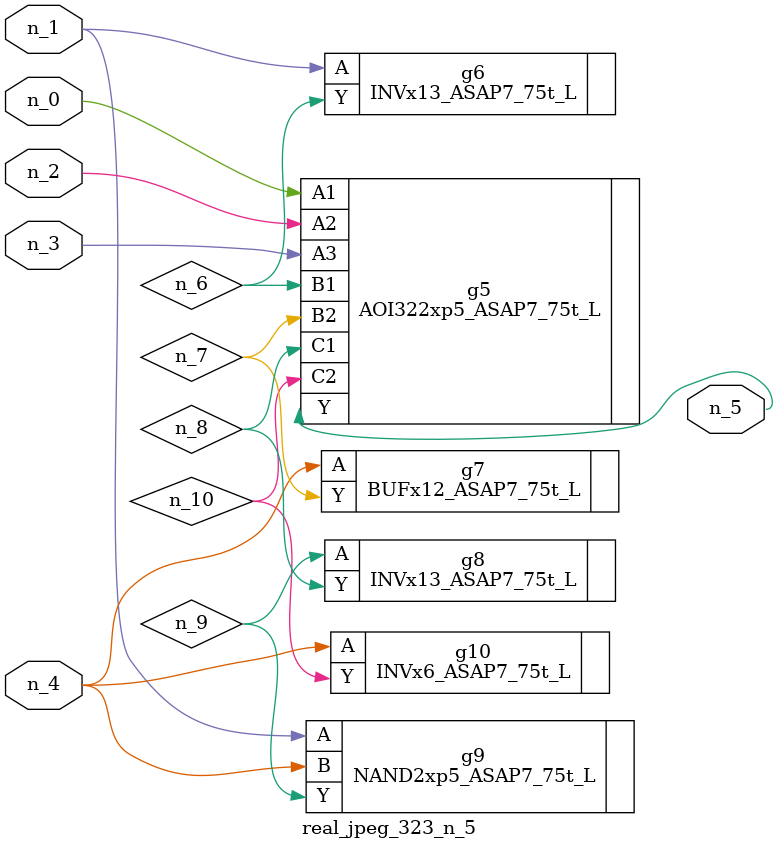
<source format=v>
module real_jpeg_323_n_5 (n_4, n_0, n_1, n_2, n_3, n_5);

input n_4;
input n_0;
input n_1;
input n_2;
input n_3;

output n_5;

wire n_8;
wire n_6;
wire n_7;
wire n_10;
wire n_9;

AOI322xp5_ASAP7_75t_L g5 ( 
.A1(n_0),
.A2(n_2),
.A3(n_3),
.B1(n_6),
.B2(n_7),
.C1(n_8),
.C2(n_10),
.Y(n_5)
);

INVx13_ASAP7_75t_L g6 ( 
.A(n_1),
.Y(n_6)
);

NAND2xp5_ASAP7_75t_L g9 ( 
.A(n_1),
.B(n_4),
.Y(n_9)
);

BUFx12_ASAP7_75t_L g7 ( 
.A(n_4),
.Y(n_7)
);

INVx6_ASAP7_75t_L g10 ( 
.A(n_4),
.Y(n_10)
);

INVx13_ASAP7_75t_L g8 ( 
.A(n_9),
.Y(n_8)
);


endmodule
</source>
